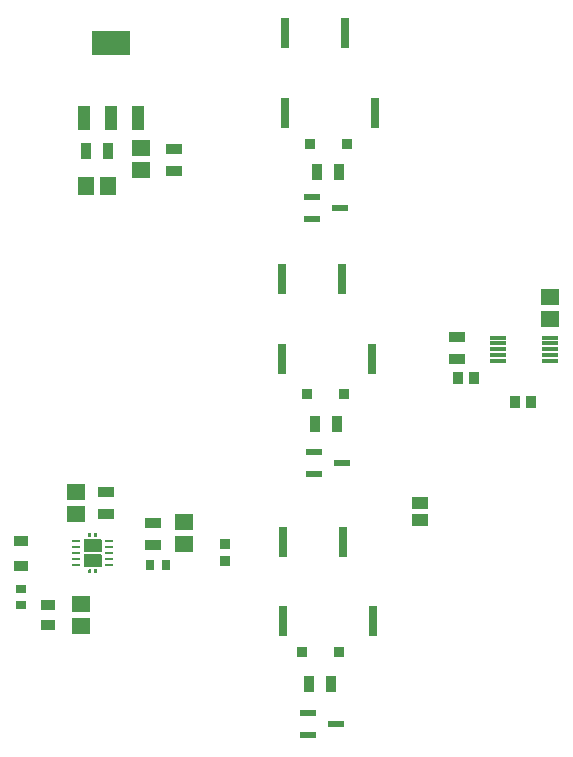
<source format=gtp>
G04*
G04 #@! TF.GenerationSoftware,Altium Limited,Altium Designer,24.9.1 (31)*
G04*
G04 Layer_Color=8421504*
%FSLAX44Y44*%
%MOMM*%
G71*
G04*
G04 #@! TF.SameCoordinates,7BCCF8FC-808F-4AE3-87CD-6E5EF412D55E*
G04*
G04*
G04 #@! TF.FilePolarity,Positive*
G04*
G01*
G75*
G04:AMPARAMS|DCode=15|XSize=0.6mm|YSize=0.24mm|CornerRadius=0.0504mm|HoleSize=0mm|Usage=FLASHONLY|Rotation=0.000|XOffset=0mm|YOffset=0mm|HoleType=Round|Shape=RoundedRectangle|*
%AMROUNDEDRECTD15*
21,1,0.6000,0.1392,0,0,0.0*
21,1,0.4992,0.2400,0,0,0.0*
1,1,0.1008,0.2496,-0.0696*
1,1,0.1008,-0.2496,-0.0696*
1,1,0.1008,-0.2496,0.0696*
1,1,0.1008,0.2496,0.0696*
%
%ADD15ROUNDEDRECTD15*%
%ADD16R,1.4000X0.9500*%
%ADD17R,0.9121X0.9581*%
G04:AMPARAMS|DCode=18|XSize=3.25mm|YSize=2.05mm|CornerRadius=0.0513mm|HoleSize=0mm|Usage=FLASHONLY|Rotation=180.000|XOffset=0mm|YOffset=0mm|HoleType=Round|Shape=RoundedRectangle|*
%AMROUNDEDRECTD18*
21,1,3.2500,1.9475,0,0,180.0*
21,1,3.1475,2.0500,0,0,180.0*
1,1,0.1025,-1.5738,0.9738*
1,1,0.1025,1.5738,0.9738*
1,1,0.1025,1.5738,-0.9738*
1,1,0.1025,-1.5738,-0.9738*
%
%ADD18ROUNDEDRECTD18*%
G04:AMPARAMS|DCode=19|XSize=1mm|YSize=2.05mm|CornerRadius=0.05mm|HoleSize=0mm|Usage=FLASHONLY|Rotation=180.000|XOffset=0mm|YOffset=0mm|HoleType=Round|Shape=RoundedRectangle|*
%AMROUNDEDRECTD19*
21,1,1.0000,1.9500,0,0,180.0*
21,1,0.9000,2.0500,0,0,180.0*
1,1,0.1000,-0.4500,0.9750*
1,1,0.1000,0.4500,0.9750*
1,1,0.1000,0.4500,-0.9750*
1,1,0.1000,-0.4500,-0.9750*
%
%ADD19ROUNDEDRECTD19*%
%ADD20R,1.4546X1.5562*%
%ADD21R,1.5562X1.4546*%
%ADD22R,1.3500X0.6000*%
%ADD23R,0.8000X2.6600*%
%ADD24R,0.7556X0.8121*%
%ADD25R,1.4500X0.3000*%
%ADD26R,0.9000X1.0500*%
%ADD27R,0.9500X1.4000*%
%ADD28R,0.9000X0.9500*%
%ADD29R,1.2000X0.9000*%
%ADD30R,0.8121X0.7556*%
%ADD31R,1.3082X0.8065*%
%ADD32R,1.3562X1.0546*%
G36*
X296843Y197044D02*
X296984Y196903D01*
X297060Y196719D01*
Y196620D01*
Y187020D01*
Y186921D01*
X296984Y186737D01*
X296843Y186596D01*
X296660Y186520D01*
X282460D01*
X282277Y186596D01*
X282136Y186737D01*
X282060Y186921D01*
Y187020D01*
Y196620D01*
Y196719D01*
X282136Y196903D01*
X282277Y197044D01*
X282460Y197120D01*
X296660D01*
X296843Y197044D01*
D02*
G37*
G36*
X293093Y184444D02*
X293234Y184303D01*
X293310Y184119D01*
Y184020D01*
Y181620D01*
Y181521D01*
X293234Y181337D01*
X293093Y181196D01*
X292909Y181120D01*
X291210D01*
X291027Y181196D01*
X290886Y181337D01*
X290810Y181521D01*
Y181620D01*
Y184020D01*
Y184119D01*
X290886Y184303D01*
X291027Y184444D01*
X291210Y184520D01*
X292909D01*
X293093Y184444D01*
D02*
G37*
G36*
X288093D02*
X288234Y184303D01*
X288310Y184119D01*
Y184020D01*
Y181620D01*
Y181521D01*
X288234Y181337D01*
X288093Y181196D01*
X287909Y181120D01*
X286210D01*
X286027Y181196D01*
X285886Y181337D01*
X285810Y181521D01*
Y181620D01*
Y184020D01*
Y184119D01*
X285886Y184303D01*
X286027Y184444D01*
X286210Y184520D01*
X287909D01*
X288093Y184444D01*
D02*
G37*
G36*
X293093Y215044D02*
X293234Y214903D01*
X293310Y214719D01*
Y214620D01*
Y212220D01*
Y212120D01*
X293234Y211937D01*
X293093Y211796D01*
X292909Y211720D01*
X291210D01*
X291027Y211796D01*
X290886Y211937D01*
X290810Y212120D01*
Y212220D01*
Y214620D01*
Y214719D01*
X290886Y214903D01*
X291027Y215044D01*
X291210Y215120D01*
X292909D01*
X293093Y215044D01*
D02*
G37*
G36*
X288093D02*
X288234Y214903D01*
X288310Y214719D01*
Y214620D01*
Y212220D01*
Y212120D01*
X288234Y211937D01*
X288093Y211796D01*
X287909Y211720D01*
X286210D01*
X286027Y211796D01*
X285886Y211937D01*
X285810Y212120D01*
Y212220D01*
Y214620D01*
Y214719D01*
X285886Y214903D01*
X286027Y215044D01*
X286210Y215120D01*
X287909D01*
X288093Y215044D01*
D02*
G37*
G36*
X296843Y209644D02*
X296984Y209503D01*
X297060Y209319D01*
Y209220D01*
Y199620D01*
Y199520D01*
X296984Y199337D01*
X296843Y199196D01*
X296660Y199120D01*
X282460D01*
X282277Y199196D01*
X282136Y199337D01*
X282060Y199520D01*
Y199620D01*
Y209220D01*
Y209319D01*
X282136Y209503D01*
X282277Y209644D01*
X282460Y209720D01*
X296660D01*
X296843Y209644D01*
D02*
G37*
D15*
X303560Y208120D02*
D03*
Y203120D02*
D03*
Y198120D02*
D03*
Y193120D02*
D03*
Y188120D02*
D03*
X275560D02*
D03*
Y193120D02*
D03*
Y198120D02*
D03*
Y203120D02*
D03*
Y208120D02*
D03*
D16*
X300990Y231140D02*
D03*
Y249640D02*
D03*
X340360Y205380D02*
D03*
Y223880D02*
D03*
X598170Y362500D02*
D03*
Y381000D02*
D03*
X358140Y521970D02*
D03*
Y540470D02*
D03*
D17*
X401320Y206270D02*
D03*
Y191730D02*
D03*
D18*
X304800Y629920D02*
D03*
D19*
X327800Y566420D02*
D03*
X304800D02*
D03*
X281800D02*
D03*
D20*
X302266Y509270D02*
D03*
X283750D02*
D03*
D21*
X367030Y205734D02*
D03*
Y224250D02*
D03*
X275590Y231680D02*
D03*
Y250196D02*
D03*
X330200Y522510D02*
D03*
Y541026D02*
D03*
X279400Y136792D02*
D03*
Y155308D02*
D03*
X676910Y396782D02*
D03*
Y415298D02*
D03*
D22*
X498820Y490220D02*
D03*
X474820Y480720D02*
D03*
Y499720D02*
D03*
X500950Y274320D02*
D03*
X476950Y264820D02*
D03*
Y283820D02*
D03*
X495870Y53340D02*
D03*
X471870Y43840D02*
D03*
Y62840D02*
D03*
D23*
X501650Y207690D02*
D03*
X527050Y140290D02*
D03*
X450850D02*
D03*
Y207690D02*
D03*
X500380Y429940D02*
D03*
X525780Y362540D02*
D03*
X449580D02*
D03*
Y429940D02*
D03*
X502920Y638220D02*
D03*
X528320Y570820D02*
D03*
X452120D02*
D03*
Y638220D02*
D03*
D24*
X337820Y187960D02*
D03*
X351326D02*
D03*
D25*
X676910Y360680D02*
D03*
Y365680D02*
D03*
Y370680D02*
D03*
Y380680D02*
D03*
Y375680D02*
D03*
X632910Y360680D02*
D03*
Y365680D02*
D03*
Y370680D02*
D03*
Y380680D02*
D03*
Y375680D02*
D03*
D26*
X646900Y326390D02*
D03*
X660400D02*
D03*
X599040Y346710D02*
D03*
X612540D02*
D03*
D27*
X497840Y520700D02*
D03*
X479340D02*
D03*
X496570Y307340D02*
D03*
X478070D02*
D03*
X491490Y87630D02*
D03*
X472990D02*
D03*
X302260Y538480D02*
D03*
X283760D02*
D03*
D28*
X504700Y544830D02*
D03*
X473200Y544830D02*
D03*
X502160Y332740D02*
D03*
X470660Y332740D02*
D03*
X498350Y114300D02*
D03*
X466850Y114300D02*
D03*
D29*
X228600Y208280D02*
D03*
Y187280D02*
D03*
D30*
Y168043D02*
D03*
Y154537D02*
D03*
D31*
X251460Y154559D02*
D03*
Y137541D02*
D03*
D32*
X566420Y226060D02*
D03*
Y240576D02*
D03*
M02*

</source>
